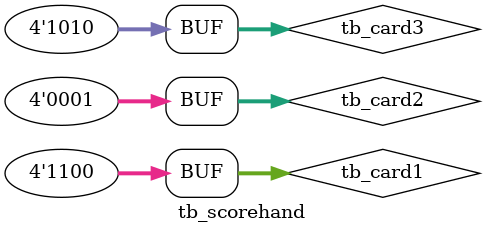
<source format=sv>
module tb_scorehand();

// Your testbench goes here. Make sure your tests exercise the entire design
// in the .sv file.  Note that in our tests the simulator will exit after
// 10,000 ticks (equivalent to "initial #10000 $finish();").
    reg [3:0] tb_card1;
    reg [3:0] tb_card2;
    reg [3:0] tb_card3;
    wire [3:0] tb_total;

    scorehand test_scorehand(.card1(tb_card1), .card2(tb_card2), .card3(tb_card3), .total(tb_total));
    initial begin
        tb_card1 = 4'b0100;
        tb_card2 = 4'b0001;
        tb_card3 = 4'b0000;
        #10; // 5

        tb_card1 = 4'b0001;
        tb_card2 = 4'b0001;
        tb_card3 = 4'b1000;
        #10; // 10

        tb_card1 = 4'b0010;
        tb_card2 = 4'b0001;
        tb_card3 = 4'b1000;
        #10; // 11

        tb_card1 = 4'b0010;
        tb_card2 = 4'b0010;
        tb_card3 = 4'b1000;
        #10; // 12

        tb_card1 = 4'b0100;
        tb_card2 = 4'b0001;
        tb_card3 = 4'b1000;
        #10; // 13

        tb_card1 = 4'b1100;
        tb_card2 = 4'b0001;
        tb_card3 = 4'b1010;
        #10; // 23

        // for (i=0; i<50 ; i=i+1) begin 
        //     for(j=0; j<50; j=j+1) begin 
        //         for(k=0; k<50; k=k+1) begin 
        //             tb_card1 = i;
        //             tb_card2 = j;
        //             tb_card3 = k;
        //             #10; // 5
        //         end
        //     end 
        // end
    end						


    // use loop to test every cases until 50. 			
endmodule


</source>
